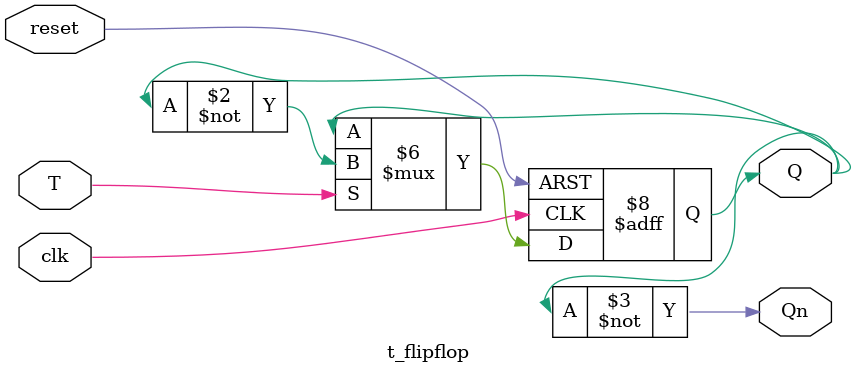
<source format=v>
module t_flipflop(
    input T,             // Toggle control
    input clk,           // Clock input
    input reset,         // reset
    output reg Q,        // Stored output
    output Qn            // inverted output
);

    //  startup state
    initial begin
        Q = 0;
    end

    // Toggle logic
    always @(posedge clk or posedge reset) begin
        if (reset)
            Q <= 1'b0;
        else if (T)
            Q <= ~Q;
        else
            Q <= Q;
    end
    
    assign Qn = ~Q;

endmodule
</source>
